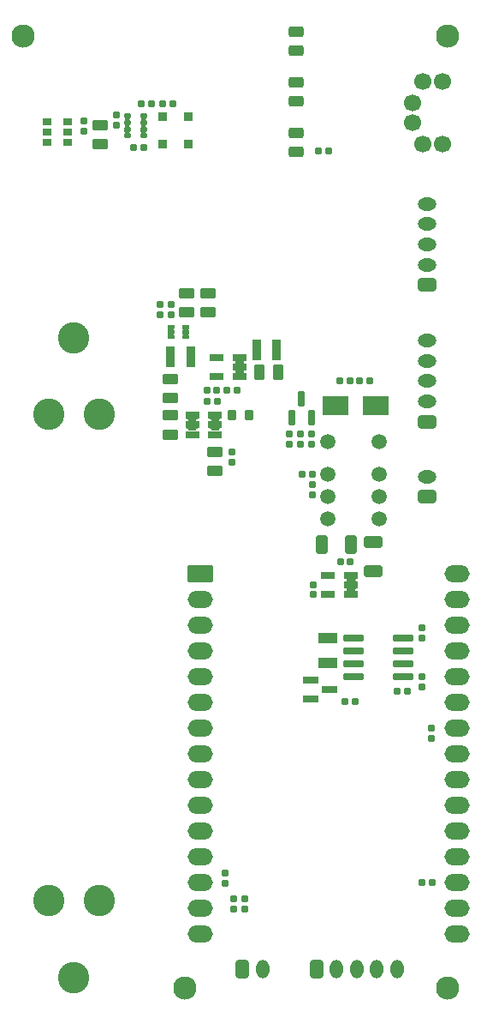
<source format=gbr>
%TF.GenerationSoftware,KiCad,Pcbnew,(6.0.9)*%
%TF.CreationDate,2023-05-10T12:51:21+05:30*%
%TF.ProjectId,WeatherKids_Compact(V1.0),57656174-6865-4724-9b69-64735f436f6d,rev?*%
%TF.SameCoordinates,Original*%
%TF.FileFunction,Soldermask,Top*%
%TF.FilePolarity,Negative*%
%FSLAX46Y46*%
G04 Gerber Fmt 4.6, Leading zero omitted, Abs format (unit mm)*
G04 Created by KiCad (PCBNEW (6.0.9)) date 2023-05-10 12:51:21*
%MOMM*%
%LPD*%
G01*
G04 APERTURE LIST*
G04 Aperture macros list*
%AMRoundRect*
0 Rectangle with rounded corners*
0 $1 Rounding radius*
0 $2 $3 $4 $5 $6 $7 $8 $9 X,Y pos of 4 corners*
0 Add a 4 corners polygon primitive as box body*
4,1,4,$2,$3,$4,$5,$6,$7,$8,$9,$2,$3,0*
0 Add four circle primitives for the rounded corners*
1,1,$1+$1,$2,$3*
1,1,$1+$1,$4,$5*
1,1,$1+$1,$6,$7*
1,1,$1+$1,$8,$9*
0 Add four rect primitives between the rounded corners*
20,1,$1+$1,$2,$3,$4,$5,0*
20,1,$1+$1,$4,$5,$6,$7,0*
20,1,$1+$1,$6,$7,$8,$9,0*
20,1,$1+$1,$8,$9,$2,$3,0*%
G04 Aperture macros list end*
%ADD10C,3.100000*%
%ADD11C,1.500000*%
%ADD12RoundRect,0.300000X-0.350000X-0.625000X0.350000X-0.625000X0.350000X0.625000X-0.350000X0.625000X0*%
%ADD13O,1.300000X1.850000*%
%ADD14RoundRect,0.200000X-0.587500X-0.150000X0.587500X-0.150000X0.587500X0.150000X-0.587500X0.150000X0*%
%ADD15RoundRect,0.300000X-0.475000X0.250000X-0.475000X-0.250000X0.475000X-0.250000X0.475000X0.250000X0*%
%ADD16RoundRect,0.050000X-0.400000X-1.000000X0.400000X-1.000000X0.400000X1.000000X-0.400000X1.000000X0*%
%ADD17RoundRect,0.300000X0.625000X-0.350000X0.625000X0.350000X-0.625000X0.350000X-0.625000X-0.350000X0*%
%ADD18O,1.850000X1.300000*%
%ADD19RoundRect,0.200000X0.512500X0.150000X-0.512500X0.150000X-0.512500X-0.150000X0.512500X-0.150000X0*%
%ADD20RoundRect,0.185000X0.185000X-0.135000X0.185000X0.135000X-0.185000X0.135000X-0.185000X-0.135000X0*%
%ADD21RoundRect,0.200000X-0.825000X-0.150000X0.825000X-0.150000X0.825000X0.150000X-0.825000X0.150000X0*%
%ADD22RoundRect,0.185000X-0.185000X0.135000X-0.185000X-0.135000X0.185000X-0.135000X0.185000X0.135000X0*%
%ADD23RoundRect,0.050000X-0.900000X0.500000X-0.900000X-0.500000X0.900000X-0.500000X0.900000X0.500000X0*%
%ADD24RoundRect,0.293750X0.456250X-0.243750X0.456250X0.243750X-0.456250X0.243750X-0.456250X-0.243750X0*%
%ADD25RoundRect,0.300000X0.625000X-0.312500X0.625000X0.312500X-0.625000X0.312500X-0.625000X-0.312500X0*%
%ADD26RoundRect,0.293750X-0.456250X0.243750X-0.456250X-0.243750X0.456250X-0.243750X0.456250X0.243750X0*%
%ADD27RoundRect,0.200000X-0.512500X-0.150000X0.512500X-0.150000X0.512500X0.150000X-0.512500X0.150000X0*%
%ADD28RoundRect,0.050000X0.400000X0.250000X-0.400000X0.250000X-0.400000X-0.250000X0.400000X-0.250000X0*%
%ADD29RoundRect,0.185000X0.135000X0.185000X-0.135000X0.185000X-0.135000X-0.185000X0.135000X-0.185000X0*%
%ADD30RoundRect,0.185000X-0.135000X-0.185000X0.135000X-0.185000X0.135000X0.185000X-0.135000X0.185000X0*%
%ADD31RoundRect,0.050000X0.250000X0.175000X-0.250000X0.175000X-0.250000X-0.175000X0.250000X-0.175000X0*%
%ADD32RoundRect,0.190000X-0.140000X-0.170000X0.140000X-0.170000X0.140000X0.170000X-0.140000X0.170000X0*%
%ADD33C,1.700000*%
%ADD34C,2.300000*%
%ADD35RoundRect,0.190000X0.170000X-0.140000X0.170000X0.140000X-0.170000X0.140000X-0.170000X-0.140000X0*%
%ADD36RoundRect,0.250000X-0.200000X-0.275000X0.200000X-0.275000X0.200000X0.275000X-0.200000X0.275000X0*%
%ADD37RoundRect,0.300000X0.475000X-0.250000X0.475000X0.250000X-0.475000X0.250000X-0.475000X-0.250000X0*%
%ADD38RoundRect,0.190000X0.140000X0.170000X-0.140000X0.170000X-0.140000X-0.170000X0.140000X-0.170000X0*%
%ADD39RoundRect,0.300000X-0.312500X-0.625000X0.312500X-0.625000X0.312500X0.625000X-0.312500X0.625000X0*%
%ADD40RoundRect,0.190000X-0.170000X0.140000X-0.170000X-0.140000X0.170000X-0.140000X0.170000X0.140000X0*%
%ADD41RoundRect,0.050000X-1.250000X-0.900000X1.250000X-0.900000X1.250000X0.900000X-1.250000X0.900000X0*%
%ADD42RoundRect,0.300000X0.250000X0.475000X-0.250000X0.475000X-0.250000X-0.475000X0.250000X-0.475000X0*%
%ADD43RoundRect,0.050000X0.400000X-0.400000X0.400000X0.400000X-0.400000X0.400000X-0.400000X-0.400000X0*%
%ADD44R,0.670001X0.299999*%
%ADD45RoundRect,0.200000X0.150000X-0.587500X0.150000X0.587500X-0.150000X0.587500X-0.150000X-0.587500X0*%
%ADD46RoundRect,0.050000X-1.200000X-0.800000X1.200000X-0.800000X1.200000X0.800000X-1.200000X0.800000X0*%
%ADD47O,2.500000X1.700000*%
G04 APERTURE END LIST*
D10*
%TO.C,J10*%
X5500000Y-40400000D03*
X10500000Y-40400000D03*
X8000000Y-32800000D03*
%TD*%
%TO.C,J9*%
X8000000Y-96000000D03*
X5500000Y-88400000D03*
X10500000Y-88400000D03*
%TD*%
D11*
%TO.C,SW1*%
X38250000Y-43100000D03*
X38250000Y-46300000D03*
X38250000Y-48500000D03*
X38250000Y-50700000D03*
X33170000Y-50700000D03*
X33170000Y-48500000D03*
X33170000Y-46300000D03*
X33170000Y-43100000D03*
%TD*%
D12*
%TO.C,J4*%
X24700000Y-95150000D03*
D13*
X26700000Y-95150000D03*
%TD*%
D14*
%TO.C,D4*%
X31412500Y-66600000D03*
X31412500Y-68500000D03*
X33287500Y-67550000D03*
%TD*%
D15*
%TO.C,C11*%
X17600000Y-36850000D03*
X17600000Y-38750000D03*
%TD*%
D16*
%TO.C,L1*%
X17600000Y-34700000D03*
X19600000Y-34700000D03*
%TD*%
D17*
%TO.C,J3*%
X42950000Y-41100000D03*
D18*
X42950000Y-39100000D03*
X42950000Y-37100000D03*
X42950000Y-35100000D03*
X42950000Y-33100000D03*
%TD*%
D19*
%TO.C,U2*%
X35450000Y-58150000D03*
X35450000Y-57200000D03*
X35450000Y-56250000D03*
X33175000Y-56250000D03*
X33175000Y-58150000D03*
%TD*%
D20*
%TO.C,R10*%
X31550000Y-43310000D03*
X31550000Y-42290000D03*
%TD*%
D21*
%TO.C,U9*%
X35650000Y-62450000D03*
X35650000Y-63720000D03*
X35650000Y-64990000D03*
X35650000Y-66260000D03*
X40600000Y-66260000D03*
X40600000Y-64990000D03*
X40600000Y-63720000D03*
X40600000Y-62450000D03*
%TD*%
D22*
%TO.C,R9*%
X12200000Y-10790000D03*
X12200000Y-11810000D03*
%TD*%
D23*
%TO.C,Y1*%
X33125000Y-64950000D03*
X33125000Y-62450000D03*
%TD*%
D24*
%TO.C,D5*%
X30000000Y-14437500D03*
X30000000Y-12562500D03*
%TD*%
D25*
%TO.C,R26*%
X37600000Y-55862500D03*
X37600000Y-52937500D03*
%TD*%
D26*
%TO.C,D2*%
X30000000Y-2562500D03*
X30000000Y-4437500D03*
%TD*%
D15*
%TO.C,C5*%
X10600000Y-11800000D03*
X10600000Y-13700000D03*
%TD*%
D27*
%TO.C,U6*%
X19725000Y-40450000D03*
X19725000Y-41400000D03*
X19725000Y-42350000D03*
X22000000Y-42350000D03*
X22000000Y-41400000D03*
X22000000Y-40450000D03*
%TD*%
D28*
%TO.C,U5*%
X7400000Y-13500000D03*
X7400000Y-12500000D03*
X7400000Y-11500000D03*
X5400000Y-11500000D03*
X5400000Y-12500000D03*
X5400000Y-13500000D03*
%TD*%
D29*
%TO.C,R3*%
X35320000Y-37100000D03*
X34300000Y-37100000D03*
%TD*%
D30*
%TO.C,R18*%
X21180000Y-39100000D03*
X22200000Y-39100000D03*
%TD*%
%TO.C,R5*%
X42490000Y-86600000D03*
X43510000Y-86600000D03*
%TD*%
D29*
%TO.C,R25*%
X33210000Y-14400000D03*
X32190000Y-14400000D03*
%TD*%
D17*
%TO.C,J5*%
X42950000Y-48500000D03*
D18*
X42950000Y-46500000D03*
%TD*%
D29*
%TO.C,R24*%
X41010000Y-67700000D03*
X39990000Y-67700000D03*
%TD*%
D20*
%TO.C,R14*%
X23650000Y-45110000D03*
X23650000Y-44090000D03*
%TD*%
D31*
%TO.C,U3*%
X13300000Y-12875000D03*
X13300000Y-12225000D03*
X13300000Y-11575000D03*
X13300000Y-10925000D03*
X14900000Y-10925000D03*
X14900000Y-11575000D03*
X14900000Y-12225000D03*
X14900000Y-12875000D03*
%TD*%
D32*
%TO.C,C10*%
X21210000Y-38000000D03*
X22170000Y-38000000D03*
%TD*%
D20*
%TO.C,R23*%
X43400000Y-72360000D03*
X43400000Y-71340000D03*
%TD*%
D33*
%TO.C,SW2*%
X44525000Y-7550000D03*
X42525000Y-7550000D03*
X44525000Y-13650000D03*
X42525000Y-13650000D03*
X41525000Y-9600000D03*
X41525000Y-11600000D03*
%TD*%
D22*
%TO.C,R4*%
X9000000Y-11390000D03*
X9000000Y-12410000D03*
%TD*%
%TO.C,R6*%
X30400000Y-42290000D03*
X30400000Y-43310000D03*
%TD*%
D24*
%TO.C,D1*%
X30000000Y-9437500D03*
X30000000Y-7562500D03*
%TD*%
D29*
%TO.C,R13*%
X31660000Y-46300000D03*
X30640000Y-46300000D03*
%TD*%
D32*
%TO.C,C3*%
X34420000Y-54900000D03*
X35380000Y-54900000D03*
%TD*%
D34*
%TO.C,H2*%
X45000000Y-97000000D03*
%TD*%
D35*
%TO.C,C2*%
X42450000Y-62430000D03*
X42450000Y-61470000D03*
%TD*%
D20*
%TO.C,R12*%
X31650000Y-48310000D03*
X31650000Y-47290000D03*
%TD*%
D36*
%TO.C,R17*%
X23675000Y-40450000D03*
X25325000Y-40450000D03*
%TD*%
D37*
%TO.C,C16*%
X22000000Y-45950000D03*
X22000000Y-44050000D03*
%TD*%
D38*
%TO.C,C4*%
X14900000Y-14000000D03*
X13940000Y-14000000D03*
%TD*%
D29*
%TO.C,R19*%
X17610000Y-29500000D03*
X16590000Y-29500000D03*
%TD*%
D20*
%TO.C,R22*%
X42450000Y-67320000D03*
X42450000Y-66300000D03*
%TD*%
D37*
%TO.C,C15*%
X17600000Y-42350000D03*
X17600000Y-40450000D03*
%TD*%
%TO.C,C13*%
X19150000Y-30300000D03*
X19150000Y-28400000D03*
%TD*%
D39*
%TO.C,R2*%
X32537500Y-53200000D03*
X35462500Y-53200000D03*
%TD*%
D30*
%TO.C,R1*%
X34840000Y-68750000D03*
X35860000Y-68750000D03*
%TD*%
D32*
%TO.C,C7*%
X16820000Y-9700000D03*
X17780000Y-9700000D03*
%TD*%
D29*
%TO.C,R8*%
X15710000Y-9700000D03*
X14690000Y-9700000D03*
%TD*%
D34*
%TO.C,H4*%
X45000000Y-3000000D03*
%TD*%
D40*
%TO.C,C6*%
X31662500Y-57200000D03*
X31662500Y-58160000D03*
%TD*%
D41*
%TO.C,D6*%
X33900000Y-39500000D03*
X37900000Y-39500000D03*
%TD*%
D22*
%TO.C,R11*%
X29300000Y-42300000D03*
X29300000Y-43320000D03*
%TD*%
D30*
%TO.C,R7*%
X36290000Y-37100000D03*
X37310000Y-37100000D03*
%TD*%
D34*
%TO.C,H1*%
X19000000Y-97000000D03*
%TD*%
D42*
%TO.C,C12*%
X28240000Y-36200000D03*
X26340000Y-36200000D03*
%TD*%
D17*
%TO.C,J1*%
X42950000Y-27600000D03*
D18*
X42950000Y-25600000D03*
X42950000Y-23600000D03*
X42950000Y-21600000D03*
X42950000Y-19600000D03*
%TD*%
D34*
%TO.C,H3*%
X3000000Y-3000000D03*
%TD*%
D29*
%TO.C,R21*%
X17610000Y-30550000D03*
X16590000Y-30550000D03*
%TD*%
D40*
%TO.C,C9*%
X23800000Y-88220000D03*
X23800000Y-89180000D03*
%TD*%
D43*
%TO.C,U4*%
X16830000Y-13700000D03*
X19370000Y-13700000D03*
X19370000Y-11000000D03*
X16830000Y-11000000D03*
%TD*%
D16*
%TO.C,L2*%
X26090000Y-34000000D03*
X28090000Y-34000000D03*
%TD*%
D22*
%TO.C,R16*%
X24900000Y-88190000D03*
X24900000Y-89210000D03*
%TD*%
D44*
%TO.C,U1*%
X19090001Y-32249997D03*
X19090001Y-32749999D03*
X17609999Y-32249997D03*
X19090001Y-31749998D03*
X17609999Y-31749998D03*
X17609999Y-32749999D03*
%TD*%
D12*
%TO.C,J2*%
X32000000Y-95150000D03*
D13*
X34000000Y-95150000D03*
X36000000Y-95150000D03*
X38000000Y-95150000D03*
X40000000Y-95150000D03*
%TD*%
D45*
%TO.C,Q1*%
X29600000Y-40700000D03*
X31500000Y-40700000D03*
X30550000Y-38825000D03*
%TD*%
D30*
%TO.C,R20*%
X23180000Y-38000000D03*
X24200000Y-38000000D03*
%TD*%
D22*
%TO.C,R15*%
X23000000Y-85640000D03*
X23000000Y-86660000D03*
%TD*%
D19*
%TO.C,U7*%
X24427500Y-36650000D03*
X24427500Y-35700000D03*
X24427500Y-34750000D03*
X22152500Y-34750000D03*
X22152500Y-36650000D03*
%TD*%
D46*
%TO.C,MOD1*%
X20550000Y-56140000D03*
D47*
X20550000Y-58680000D03*
X20550000Y-61220000D03*
X20550000Y-63760000D03*
X20550000Y-66300000D03*
X20550000Y-68840000D03*
X20550000Y-71380000D03*
X20550000Y-73920000D03*
X20550000Y-76460000D03*
X20550000Y-79000000D03*
X20550000Y-81540000D03*
X20550000Y-84080000D03*
X20550000Y-86620000D03*
X20550000Y-89160000D03*
X20550000Y-91700000D03*
X45950000Y-91700000D03*
X45950000Y-89160000D03*
X45950000Y-86620000D03*
X45950000Y-84080000D03*
X45950000Y-81540000D03*
X45950000Y-79000000D03*
X45950000Y-76460000D03*
X45950000Y-73920000D03*
X45950000Y-71380000D03*
X45950000Y-68840000D03*
X45950000Y-66300000D03*
X45950000Y-63760000D03*
X45950000Y-61220000D03*
X45950000Y-58680000D03*
X45950000Y-56140000D03*
%TD*%
D37*
%TO.C,C8*%
X21250000Y-30300000D03*
X21250000Y-28400000D03*
%TD*%
G36*
X35960773Y-57549000D02*
G01*
X35960773Y-57551000D01*
X35959850Y-57551829D01*
X35897010Y-57579628D01*
X35858254Y-57638383D01*
X35857416Y-57708763D01*
X35894753Y-57768412D01*
X35959937Y-57798181D01*
X35961097Y-57799810D01*
X35960266Y-57801629D01*
X35959106Y-57802000D01*
X34940959Y-57802000D01*
X34939227Y-57801000D01*
X34939227Y-57799000D01*
X34940150Y-57798171D01*
X35002990Y-57770372D01*
X35041746Y-57711617D01*
X35042584Y-57641237D01*
X35005247Y-57581588D01*
X34940063Y-57551819D01*
X34938903Y-57550190D01*
X34939734Y-57548371D01*
X34940894Y-57548000D01*
X35959041Y-57548000D01*
X35960773Y-57549000D01*
G37*
G36*
X35960773Y-56599000D02*
G01*
X35960773Y-56601000D01*
X35959850Y-56601829D01*
X35897010Y-56629628D01*
X35858254Y-56688383D01*
X35857416Y-56758763D01*
X35894753Y-56818412D01*
X35959937Y-56848181D01*
X35961097Y-56849810D01*
X35960266Y-56851629D01*
X35959106Y-56852000D01*
X34940959Y-56852000D01*
X34939227Y-56851000D01*
X34939227Y-56849000D01*
X34940150Y-56848171D01*
X35002990Y-56820372D01*
X35041746Y-56761617D01*
X35042584Y-56691237D01*
X35005247Y-56631588D01*
X34940063Y-56601819D01*
X34938903Y-56600190D01*
X34939734Y-56598371D01*
X34940894Y-56598000D01*
X35959041Y-56598000D01*
X35960773Y-56599000D01*
G37*
G36*
X20235773Y-41749000D02*
G01*
X20235773Y-41751000D01*
X20234850Y-41751829D01*
X20172010Y-41779628D01*
X20133254Y-41838383D01*
X20132416Y-41908763D01*
X20169753Y-41968412D01*
X20234937Y-41998181D01*
X20236097Y-41999810D01*
X20235266Y-42001629D01*
X20234106Y-42002000D01*
X19215959Y-42002000D01*
X19214227Y-42001000D01*
X19214227Y-41999000D01*
X19215150Y-41998171D01*
X19277990Y-41970372D01*
X19316746Y-41911617D01*
X19317584Y-41841237D01*
X19280247Y-41781588D01*
X19215063Y-41751819D01*
X19213903Y-41750190D01*
X19214734Y-41748371D01*
X19215894Y-41748000D01*
X20234041Y-41748000D01*
X20235773Y-41749000D01*
G37*
G36*
X22510773Y-41749000D02*
G01*
X22510773Y-41751000D01*
X22509850Y-41751829D01*
X22447010Y-41779628D01*
X22408254Y-41838383D01*
X22407416Y-41908763D01*
X22444753Y-41968412D01*
X22509937Y-41998181D01*
X22511097Y-41999810D01*
X22510266Y-42001629D01*
X22509106Y-42002000D01*
X21490959Y-42002000D01*
X21489227Y-42001000D01*
X21489227Y-41999000D01*
X21490150Y-41998171D01*
X21552990Y-41970372D01*
X21591746Y-41911617D01*
X21592584Y-41841237D01*
X21555247Y-41781588D01*
X21490063Y-41751819D01*
X21488903Y-41750190D01*
X21489734Y-41748371D01*
X21490894Y-41748000D01*
X22509041Y-41748000D01*
X22510773Y-41749000D01*
G37*
G36*
X22510773Y-40799000D02*
G01*
X22510773Y-40801000D01*
X22509850Y-40801829D01*
X22447010Y-40829628D01*
X22408254Y-40888383D01*
X22407416Y-40958763D01*
X22444753Y-41018412D01*
X22509937Y-41048181D01*
X22511097Y-41049810D01*
X22510266Y-41051629D01*
X22509106Y-41052000D01*
X21490959Y-41052000D01*
X21489227Y-41051000D01*
X21489227Y-41049000D01*
X21490150Y-41048171D01*
X21552990Y-41020372D01*
X21591746Y-40961617D01*
X21592584Y-40891237D01*
X21555247Y-40831588D01*
X21490063Y-40801819D01*
X21488903Y-40800190D01*
X21489734Y-40798371D01*
X21490894Y-40798000D01*
X22509041Y-40798000D01*
X22510773Y-40799000D01*
G37*
G36*
X20235773Y-40799000D02*
G01*
X20235773Y-40801000D01*
X20234850Y-40801829D01*
X20172010Y-40829628D01*
X20133254Y-40888383D01*
X20132416Y-40958763D01*
X20169753Y-41018412D01*
X20234937Y-41048181D01*
X20236097Y-41049810D01*
X20235266Y-41051629D01*
X20234106Y-41052000D01*
X19215959Y-41052000D01*
X19214227Y-41051000D01*
X19214227Y-41049000D01*
X19215150Y-41048171D01*
X19277990Y-41020372D01*
X19316746Y-40961617D01*
X19317584Y-40891237D01*
X19280247Y-40831588D01*
X19215063Y-40801819D01*
X19213903Y-40800190D01*
X19214734Y-40798371D01*
X19215894Y-40798000D01*
X20234041Y-40798000D01*
X20235773Y-40799000D01*
G37*
G36*
X24938273Y-36049000D02*
G01*
X24938273Y-36051000D01*
X24937350Y-36051829D01*
X24874510Y-36079628D01*
X24835754Y-36138383D01*
X24834916Y-36208763D01*
X24872253Y-36268412D01*
X24937437Y-36298181D01*
X24938597Y-36299810D01*
X24937766Y-36301629D01*
X24936606Y-36302000D01*
X23918459Y-36302000D01*
X23916727Y-36301000D01*
X23916727Y-36299000D01*
X23917650Y-36298171D01*
X23980490Y-36270372D01*
X24019246Y-36211617D01*
X24020084Y-36141237D01*
X23982747Y-36081588D01*
X23917563Y-36051819D01*
X23916403Y-36050190D01*
X23917234Y-36048371D01*
X23918394Y-36048000D01*
X24936541Y-36048000D01*
X24938273Y-36049000D01*
G37*
G36*
X24938273Y-35099000D02*
G01*
X24938273Y-35101000D01*
X24937350Y-35101829D01*
X24874510Y-35129628D01*
X24835754Y-35188383D01*
X24834916Y-35258763D01*
X24872253Y-35318412D01*
X24937437Y-35348181D01*
X24938597Y-35349810D01*
X24937766Y-35351629D01*
X24936606Y-35352000D01*
X23918459Y-35352000D01*
X23916727Y-35351000D01*
X23916727Y-35349000D01*
X23917650Y-35348171D01*
X23980490Y-35320372D01*
X24019246Y-35261617D01*
X24020084Y-35191237D01*
X23982747Y-35131588D01*
X23917563Y-35101819D01*
X23916403Y-35100190D01*
X23917234Y-35098371D01*
X23918394Y-35098000D01*
X24936541Y-35098000D01*
X24938273Y-35099000D01*
G37*
G36*
X19423799Y-32398996D02*
G01*
X19423730Y-32401107D01*
X19414802Y-32414469D01*
X19414674Y-32414641D01*
X19385003Y-32450143D01*
X19376230Y-32519976D01*
X19406680Y-32583624D01*
X19422746Y-32597546D01*
X19423099Y-32597946D01*
X19423729Y-32598889D01*
X19423860Y-32600885D01*
X19422066Y-32602000D01*
X18757935Y-32602000D01*
X18756203Y-32601000D01*
X18756272Y-32598889D01*
X18765200Y-32585527D01*
X18765328Y-32585355D01*
X18794999Y-32549853D01*
X18803772Y-32480020D01*
X18773322Y-32416372D01*
X18757256Y-32402450D01*
X18756903Y-32402050D01*
X18756273Y-32401107D01*
X18756142Y-32399111D01*
X18757936Y-32397996D01*
X19422067Y-32397996D01*
X19423799Y-32398996D01*
G37*
G36*
X17943797Y-32398996D02*
G01*
X17943728Y-32401107D01*
X17934800Y-32414469D01*
X17934672Y-32414641D01*
X17905001Y-32450143D01*
X17896228Y-32519976D01*
X17926678Y-32583624D01*
X17942744Y-32597546D01*
X17943097Y-32597946D01*
X17943727Y-32598889D01*
X17943858Y-32600885D01*
X17942064Y-32602000D01*
X17277933Y-32602000D01*
X17276201Y-32601000D01*
X17276270Y-32598889D01*
X17285198Y-32585527D01*
X17285326Y-32585355D01*
X17314997Y-32549853D01*
X17323770Y-32480020D01*
X17293320Y-32416372D01*
X17277254Y-32402450D01*
X17276901Y-32402050D01*
X17276271Y-32401107D01*
X17276140Y-32399111D01*
X17277934Y-32397996D01*
X17942065Y-32397996D01*
X17943797Y-32398996D01*
G37*
G36*
X19423799Y-31898997D02*
G01*
X19423730Y-31901108D01*
X19414797Y-31914477D01*
X19414669Y-31914648D01*
X19385004Y-31950146D01*
X19376234Y-32019982D01*
X19406686Y-32083627D01*
X19422746Y-32097542D01*
X19423099Y-32097943D01*
X19423730Y-32098887D01*
X19423861Y-32100882D01*
X19422067Y-32101998D01*
X18757935Y-32101998D01*
X18756203Y-32100998D01*
X18756272Y-32098887D01*
X18765206Y-32085517D01*
X18765334Y-32085345D01*
X18794996Y-32049853D01*
X18803769Y-31980020D01*
X18773319Y-31916372D01*
X18757257Y-31902453D01*
X18756904Y-31902053D01*
X18756273Y-31901108D01*
X18756143Y-31899112D01*
X18757936Y-31897997D01*
X19422067Y-31897997D01*
X19423799Y-31898997D01*
G37*
G36*
X17943797Y-31898997D02*
G01*
X17943728Y-31901108D01*
X17934795Y-31914477D01*
X17934667Y-31914648D01*
X17905002Y-31950146D01*
X17896232Y-32019982D01*
X17926684Y-32083627D01*
X17942744Y-32097542D01*
X17943097Y-32097943D01*
X17943728Y-32098887D01*
X17943859Y-32100882D01*
X17942065Y-32101998D01*
X17277933Y-32101998D01*
X17276201Y-32100998D01*
X17276270Y-32098887D01*
X17285204Y-32085517D01*
X17285332Y-32085345D01*
X17314994Y-32049853D01*
X17323767Y-31980020D01*
X17293317Y-31916372D01*
X17277255Y-31902453D01*
X17276902Y-31902053D01*
X17276271Y-31901108D01*
X17276141Y-31899112D01*
X17277934Y-31897997D01*
X17942065Y-31897997D01*
X17943797Y-31898997D01*
G37*
G36*
X13566789Y-12445641D02*
G01*
X13567179Y-12447603D01*
X13566820Y-12448243D01*
X13523443Y-12500149D01*
X13514672Y-12569983D01*
X13545123Y-12633628D01*
X13565540Y-12651318D01*
X13566194Y-12653208D01*
X13564884Y-12654720D01*
X13563840Y-12654792D01*
X13549801Y-12652000D01*
X13050199Y-12652000D01*
X13035105Y-12655002D01*
X13033211Y-12654359D01*
X13032821Y-12652397D01*
X13033180Y-12651757D01*
X13076557Y-12599851D01*
X13085328Y-12530017D01*
X13054877Y-12466372D01*
X13034460Y-12448682D01*
X13033806Y-12446792D01*
X13035116Y-12445280D01*
X13036160Y-12445208D01*
X13050199Y-12448000D01*
X13549801Y-12448000D01*
X13564895Y-12444998D01*
X13566789Y-12445641D01*
G37*
G36*
X15166789Y-12445641D02*
G01*
X15167179Y-12447603D01*
X15166820Y-12448243D01*
X15123443Y-12500149D01*
X15114672Y-12569983D01*
X15145123Y-12633628D01*
X15165540Y-12651318D01*
X15166194Y-12653208D01*
X15164884Y-12654720D01*
X15163840Y-12654792D01*
X15149801Y-12652000D01*
X14650199Y-12652000D01*
X14635105Y-12655002D01*
X14633211Y-12654359D01*
X14632821Y-12652397D01*
X14633180Y-12651757D01*
X14676557Y-12599851D01*
X14685328Y-12530017D01*
X14654877Y-12466372D01*
X14634460Y-12448682D01*
X14633806Y-12446792D01*
X14635116Y-12445280D01*
X14636160Y-12445208D01*
X14650199Y-12448000D01*
X15149801Y-12448000D01*
X15164895Y-12444998D01*
X15166789Y-12445641D01*
G37*
G36*
X15166789Y-11795641D02*
G01*
X15167179Y-11797603D01*
X15166820Y-11798243D01*
X15123443Y-11850149D01*
X15114672Y-11919983D01*
X15145123Y-11983628D01*
X15165540Y-12001318D01*
X15166194Y-12003208D01*
X15164884Y-12004720D01*
X15163840Y-12004792D01*
X15149801Y-12002000D01*
X14650199Y-12002000D01*
X14635105Y-12005002D01*
X14633211Y-12004359D01*
X14632821Y-12002397D01*
X14633180Y-12001757D01*
X14676557Y-11949851D01*
X14685328Y-11880017D01*
X14654877Y-11816372D01*
X14634460Y-11798682D01*
X14633806Y-11796792D01*
X14635116Y-11795280D01*
X14636160Y-11795208D01*
X14650199Y-11798000D01*
X15149801Y-11798000D01*
X15164895Y-11794998D01*
X15166789Y-11795641D01*
G37*
G36*
X13566789Y-11795641D02*
G01*
X13567179Y-11797603D01*
X13566820Y-11798243D01*
X13523443Y-11850149D01*
X13514672Y-11919983D01*
X13545123Y-11983628D01*
X13565540Y-12001318D01*
X13566194Y-12003208D01*
X13564884Y-12004720D01*
X13563840Y-12004792D01*
X13549801Y-12002000D01*
X13050199Y-12002000D01*
X13035105Y-12005002D01*
X13033211Y-12004359D01*
X13032821Y-12002397D01*
X13033180Y-12001757D01*
X13076557Y-11949851D01*
X13085328Y-11880017D01*
X13054877Y-11816372D01*
X13034460Y-11798682D01*
X13033806Y-11796792D01*
X13035116Y-11795280D01*
X13036160Y-11795208D01*
X13050199Y-11798000D01*
X13549801Y-11798000D01*
X13564895Y-11794998D01*
X13566789Y-11795641D01*
G37*
G36*
X13566789Y-11145641D02*
G01*
X13567179Y-11147603D01*
X13566820Y-11148243D01*
X13523443Y-11200149D01*
X13514672Y-11269983D01*
X13545123Y-11333628D01*
X13565540Y-11351318D01*
X13566194Y-11353208D01*
X13564884Y-11354720D01*
X13563840Y-11354792D01*
X13549801Y-11352000D01*
X13050199Y-11352000D01*
X13035105Y-11355002D01*
X13033211Y-11354359D01*
X13032821Y-11352397D01*
X13033180Y-11351757D01*
X13076557Y-11299851D01*
X13085328Y-11230017D01*
X13054877Y-11166372D01*
X13034460Y-11148682D01*
X13033806Y-11146792D01*
X13035116Y-11145280D01*
X13036160Y-11145208D01*
X13050199Y-11148000D01*
X13549801Y-11148000D01*
X13564895Y-11144998D01*
X13566789Y-11145641D01*
G37*
G36*
X15166789Y-11145641D02*
G01*
X15167179Y-11147603D01*
X15166820Y-11148243D01*
X15123443Y-11200149D01*
X15114672Y-11269983D01*
X15145123Y-11333628D01*
X15165540Y-11351318D01*
X15166194Y-11353208D01*
X15164884Y-11354720D01*
X15163840Y-11354792D01*
X15149801Y-11352000D01*
X14650199Y-11352000D01*
X14635105Y-11355002D01*
X14633211Y-11354359D01*
X14632821Y-11352397D01*
X14633180Y-11351757D01*
X14676557Y-11299851D01*
X14685328Y-11230017D01*
X14654877Y-11166372D01*
X14634460Y-11148682D01*
X14633806Y-11146792D01*
X14635116Y-11145280D01*
X14636160Y-11145208D01*
X14650199Y-11148000D01*
X15149801Y-11148000D01*
X15164895Y-11144998D01*
X15166789Y-11145641D01*
G37*
M02*

</source>
